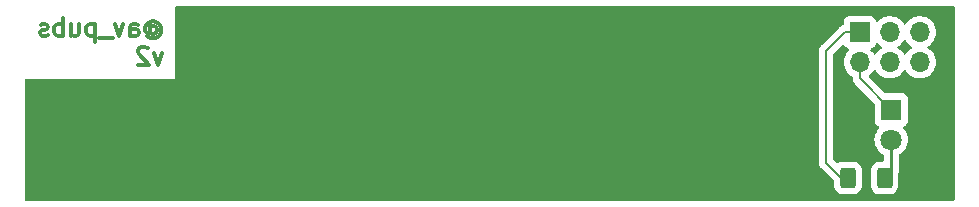
<source format=gbr>
G04 #@! TF.GenerationSoftware,KiCad,Pcbnew,(6.99.0-2452-gdb4f2d9dd8)*
G04 #@! TF.CreationDate,2022-07-21T16:30:43-08:00*
G04 #@! TF.ProjectId,speaker-SAO,73706561-6b65-4722-9d53-414f2e6b6963,rev?*
G04 #@! TF.SameCoordinates,Original*
G04 #@! TF.FileFunction,Copper,L2,Bot*
G04 #@! TF.FilePolarity,Positive*
%FSLAX46Y46*%
G04 Gerber Fmt 4.6, Leading zero omitted, Abs format (unit mm)*
G04 Created by KiCad (PCBNEW (6.99.0-2452-gdb4f2d9dd8)) date 2022-07-21 16:30:43*
%MOMM*%
%LPD*%
G01*
G04 APERTURE LIST*
G04 Aperture macros list*
%AMRoundRect*
0 Rectangle with rounded corners*
0 $1 Rounding radius*
0 $2 $3 $4 $5 $6 $7 $8 $9 X,Y pos of 4 corners*
0 Add a 4 corners polygon primitive as box body*
4,1,4,$2,$3,$4,$5,$6,$7,$8,$9,$2,$3,0*
0 Add four circle primitives for the rounded corners*
1,1,$1+$1,$2,$3*
1,1,$1+$1,$4,$5*
1,1,$1+$1,$6,$7*
1,1,$1+$1,$8,$9*
0 Add four rect primitives between the rounded corners*
20,1,$1+$1,$2,$3,$4,$5,0*
20,1,$1+$1,$4,$5,$6,$7,0*
20,1,$1+$1,$6,$7,$8,$9,0*
20,1,$1+$1,$8,$9,$2,$3,0*%
G04 Aperture macros list end*
%ADD10C,0.300000*%
G04 #@! TA.AperFunction,NonConductor*
%ADD11C,0.300000*%
G04 #@! TD*
G04 #@! TA.AperFunction,ComponentPad*
%ADD12R,1.800000X1.800000*%
G04 #@! TD*
G04 #@! TA.AperFunction,ComponentPad*
%ADD13C,1.800000*%
G04 #@! TD*
G04 #@! TA.AperFunction,SMDPad,CuDef*
%ADD14RoundRect,0.250000X0.400000X0.625000X-0.400000X0.625000X-0.400000X-0.625000X0.400000X-0.625000X0*%
G04 #@! TD*
G04 #@! TA.AperFunction,ComponentPad*
%ADD15R,1.700000X1.700000*%
G04 #@! TD*
G04 #@! TA.AperFunction,ComponentPad*
%ADD16O,1.700000X1.700000*%
G04 #@! TD*
G04 #@! TA.AperFunction,Conductor*
%ADD17C,0.250000*%
G04 #@! TD*
G04 #@! TA.AperFunction,Conductor*
%ADD18C,0.200000*%
G04 #@! TD*
G04 APERTURE END LIST*
D10*
D11*
X94714285Y-124529285D02*
X94785714Y-124457857D01*
X94785714Y-124457857D02*
X94928571Y-124386428D01*
X94928571Y-124386428D02*
X95071428Y-124386428D01*
X95071428Y-124386428D02*
X95214285Y-124457857D01*
X95214285Y-124457857D02*
X95285714Y-124529285D01*
X95285714Y-124529285D02*
X95357142Y-124672142D01*
X95357142Y-124672142D02*
X95357142Y-124815000D01*
X95357142Y-124815000D02*
X95285714Y-124957857D01*
X95285714Y-124957857D02*
X95214285Y-125029285D01*
X95214285Y-125029285D02*
X95071428Y-125100714D01*
X95071428Y-125100714D02*
X94928571Y-125100714D01*
X94928571Y-125100714D02*
X94785714Y-125029285D01*
X94785714Y-125029285D02*
X94714285Y-124957857D01*
X94714285Y-124386428D02*
X94714285Y-124957857D01*
X94714285Y-124957857D02*
X94642857Y-125029285D01*
X94642857Y-125029285D02*
X94571428Y-125029285D01*
X94571428Y-125029285D02*
X94428571Y-124957857D01*
X94428571Y-124957857D02*
X94357142Y-124815000D01*
X94357142Y-124815000D02*
X94357142Y-124457857D01*
X94357142Y-124457857D02*
X94500000Y-124243571D01*
X94500000Y-124243571D02*
X94714285Y-124100714D01*
X94714285Y-124100714D02*
X95000000Y-124029285D01*
X95000000Y-124029285D02*
X95285714Y-124100714D01*
X95285714Y-124100714D02*
X95500000Y-124243571D01*
X95500000Y-124243571D02*
X95642857Y-124457857D01*
X95642857Y-124457857D02*
X95714285Y-124743571D01*
X95714285Y-124743571D02*
X95642857Y-125029285D01*
X95642857Y-125029285D02*
X95500000Y-125243571D01*
X95500000Y-125243571D02*
X95285714Y-125386428D01*
X95285714Y-125386428D02*
X95000000Y-125457857D01*
X95000000Y-125457857D02*
X94714285Y-125386428D01*
X94714285Y-125386428D02*
X94500000Y-125243571D01*
X93071429Y-125243571D02*
X93071429Y-124457857D01*
X93071429Y-124457857D02*
X93142857Y-124315000D01*
X93142857Y-124315000D02*
X93285714Y-124243571D01*
X93285714Y-124243571D02*
X93571429Y-124243571D01*
X93571429Y-124243571D02*
X93714286Y-124315000D01*
X93071429Y-125172142D02*
X93214286Y-125243571D01*
X93214286Y-125243571D02*
X93571429Y-125243571D01*
X93571429Y-125243571D02*
X93714286Y-125172142D01*
X93714286Y-125172142D02*
X93785714Y-125029285D01*
X93785714Y-125029285D02*
X93785714Y-124886428D01*
X93785714Y-124886428D02*
X93714286Y-124743571D01*
X93714286Y-124743571D02*
X93571429Y-124672142D01*
X93571429Y-124672142D02*
X93214286Y-124672142D01*
X93214286Y-124672142D02*
X93071429Y-124600714D01*
X92500000Y-124243571D02*
X92142857Y-125243571D01*
X92142857Y-125243571D02*
X91785714Y-124243571D01*
X91571429Y-125386428D02*
X90428571Y-125386428D01*
X90071429Y-124243571D02*
X90071429Y-125743571D01*
X90071429Y-124315000D02*
X89928572Y-124243571D01*
X89928572Y-124243571D02*
X89642857Y-124243571D01*
X89642857Y-124243571D02*
X89500000Y-124315000D01*
X89500000Y-124315000D02*
X89428572Y-124386428D01*
X89428572Y-124386428D02*
X89357143Y-124529285D01*
X89357143Y-124529285D02*
X89357143Y-124957857D01*
X89357143Y-124957857D02*
X89428572Y-125100714D01*
X89428572Y-125100714D02*
X89500000Y-125172142D01*
X89500000Y-125172142D02*
X89642857Y-125243571D01*
X89642857Y-125243571D02*
X89928572Y-125243571D01*
X89928572Y-125243571D02*
X90071429Y-125172142D01*
X88071429Y-124243571D02*
X88071429Y-125243571D01*
X88714286Y-124243571D02*
X88714286Y-125029285D01*
X88714286Y-125029285D02*
X88642857Y-125172142D01*
X88642857Y-125172142D02*
X88500000Y-125243571D01*
X88500000Y-125243571D02*
X88285714Y-125243571D01*
X88285714Y-125243571D02*
X88142857Y-125172142D01*
X88142857Y-125172142D02*
X88071429Y-125100714D01*
X87357143Y-125243571D02*
X87357143Y-123743571D01*
X87357143Y-124315000D02*
X87214286Y-124243571D01*
X87214286Y-124243571D02*
X86928571Y-124243571D01*
X86928571Y-124243571D02*
X86785714Y-124315000D01*
X86785714Y-124315000D02*
X86714286Y-124386428D01*
X86714286Y-124386428D02*
X86642857Y-124529285D01*
X86642857Y-124529285D02*
X86642857Y-124957857D01*
X86642857Y-124957857D02*
X86714286Y-125100714D01*
X86714286Y-125100714D02*
X86785714Y-125172142D01*
X86785714Y-125172142D02*
X86928571Y-125243571D01*
X86928571Y-125243571D02*
X87214286Y-125243571D01*
X87214286Y-125243571D02*
X87357143Y-125172142D01*
X86071428Y-125172142D02*
X85928571Y-125243571D01*
X85928571Y-125243571D02*
X85642857Y-125243571D01*
X85642857Y-125243571D02*
X85500000Y-125172142D01*
X85500000Y-125172142D02*
X85428571Y-125029285D01*
X85428571Y-125029285D02*
X85428571Y-124957857D01*
X85428571Y-124957857D02*
X85500000Y-124815000D01*
X85500000Y-124815000D02*
X85642857Y-124743571D01*
X85642857Y-124743571D02*
X85857143Y-124743571D01*
X85857143Y-124743571D02*
X86000000Y-124672142D01*
X86000000Y-124672142D02*
X86071428Y-124529285D01*
X86071428Y-124529285D02*
X86071428Y-124457857D01*
X86071428Y-124457857D02*
X86000000Y-124315000D01*
X86000000Y-124315000D02*
X85857143Y-124243571D01*
X85857143Y-124243571D02*
X85642857Y-124243571D01*
X85642857Y-124243571D02*
X85500000Y-124315000D01*
X95785714Y-126673571D02*
X95428571Y-127673571D01*
X95428571Y-127673571D02*
X95071428Y-126673571D01*
X94571428Y-126316428D02*
X94500000Y-126245000D01*
X94500000Y-126245000D02*
X94357143Y-126173571D01*
X94357143Y-126173571D02*
X94000000Y-126173571D01*
X94000000Y-126173571D02*
X93857143Y-126245000D01*
X93857143Y-126245000D02*
X93785714Y-126316428D01*
X93785714Y-126316428D02*
X93714285Y-126459285D01*
X93714285Y-126459285D02*
X93714285Y-126602142D01*
X93714285Y-126602142D02*
X93785714Y-126816428D01*
X93785714Y-126816428D02*
X94642857Y-127673571D01*
X94642857Y-127673571D02*
X93714285Y-127673571D01*
D12*
X157499999Y-131499999D03*
D13*
X157500000Y-134040000D03*
D14*
X156940000Y-137280000D03*
X153840000Y-137280000D03*
D15*
X154839999Y-124939999D03*
D16*
X154839999Y-127479999D03*
X157379999Y-124939999D03*
X157379999Y-127479999D03*
X159919999Y-124939999D03*
X159919999Y-127479999D03*
D17*
X157500000Y-134040000D02*
X157500000Y-136720000D01*
X157500000Y-136720000D02*
X156940000Y-137280000D01*
D18*
X154840000Y-127480000D02*
X154840000Y-128840000D01*
X154840000Y-128840000D02*
X157500000Y-131500000D01*
X152000000Y-126500000D02*
X152000000Y-136000000D01*
X154840000Y-124940000D02*
X153560000Y-124940000D01*
X153560000Y-124940000D02*
X152000000Y-126500000D01*
X152000000Y-136000000D02*
X153280000Y-137280000D01*
X153280000Y-137280000D02*
X153840000Y-137280000D01*
G04 #@! TA.AperFunction,NonConductor*
G36*
X158733226Y-125615670D02*
G01*
X158755483Y-125641357D01*
X158844278Y-125777268D01*
X158847803Y-125781097D01*
X158847806Y-125781101D01*
X158935755Y-125876638D01*
X158996760Y-125942906D01*
X159000879Y-125946112D01*
X159163339Y-126072561D01*
X159174424Y-126081189D01*
X159179005Y-126083668D01*
X159207680Y-126099186D01*
X159258071Y-126149199D01*
X159273423Y-126218516D01*
X159248863Y-126285129D01*
X159207681Y-126320813D01*
X159174424Y-126338811D01*
X159170313Y-126342010D01*
X159170311Y-126342012D01*
X159018574Y-126460115D01*
X158996760Y-126477094D01*
X158993228Y-126480931D01*
X158847806Y-126638899D01*
X158847803Y-126638903D01*
X158844278Y-126642732D01*
X158841427Y-126647096D01*
X158755483Y-126778643D01*
X158701479Y-126824732D01*
X158631132Y-126834307D01*
X158566774Y-126804330D01*
X158544517Y-126778643D01*
X158458573Y-126647096D01*
X158455722Y-126642732D01*
X158452197Y-126638903D01*
X158452194Y-126638899D01*
X158306772Y-126480931D01*
X158303240Y-126477094D01*
X158281426Y-126460115D01*
X158129689Y-126342012D01*
X158129687Y-126342010D01*
X158125576Y-126338811D01*
X158092320Y-126320814D01*
X158041929Y-126270801D01*
X158026577Y-126201484D01*
X158051137Y-126134871D01*
X158092320Y-126099186D01*
X158120995Y-126083668D01*
X158125576Y-126081189D01*
X158136662Y-126072561D01*
X158299121Y-125946112D01*
X158303240Y-125942906D01*
X158364245Y-125876638D01*
X158452194Y-125781101D01*
X158452197Y-125781097D01*
X158455722Y-125777268D01*
X158544517Y-125641357D01*
X158598521Y-125595268D01*
X158668868Y-125585693D01*
X158733226Y-125615670D01*
G37*
G04 #@! TD.AperFunction*
G04 #@! TA.AperFunction,NonConductor*
G36*
X156363439Y-125851388D02*
G01*
X156395755Y-125876638D01*
X156456760Y-125942906D01*
X156460879Y-125946112D01*
X156623339Y-126072561D01*
X156634424Y-126081189D01*
X156639005Y-126083668D01*
X156667680Y-126099186D01*
X156718071Y-126149199D01*
X156733423Y-126218516D01*
X156708863Y-126285129D01*
X156667681Y-126320813D01*
X156634424Y-126338811D01*
X156630313Y-126342010D01*
X156630311Y-126342012D01*
X156478574Y-126460115D01*
X156456760Y-126477094D01*
X156453228Y-126480931D01*
X156307806Y-126638899D01*
X156307803Y-126638903D01*
X156304278Y-126642732D01*
X156301427Y-126647096D01*
X156215483Y-126778643D01*
X156161479Y-126824732D01*
X156091132Y-126834307D01*
X156026774Y-126804330D01*
X156004517Y-126778643D01*
X155918573Y-126647096D01*
X155915722Y-126642732D01*
X155912197Y-126638903D01*
X155912194Y-126638899D01*
X155772525Y-126487180D01*
X155741104Y-126423515D01*
X155749091Y-126352969D01*
X155793949Y-126297940D01*
X155821191Y-126283787D01*
X155936204Y-126240889D01*
X155948536Y-126231658D01*
X156046050Y-126158659D01*
X156053261Y-126153261D01*
X156109610Y-126077988D01*
X156135489Y-126043418D01*
X156135490Y-126043416D01*
X156140889Y-126036204D01*
X156184998Y-125917944D01*
X156227545Y-125861108D01*
X156294065Y-125836297D01*
X156363439Y-125851388D01*
G37*
G04 #@! TD.AperFunction*
G04 #@! TA.AperFunction,NonConductor*
G36*
X162821621Y-122750502D02*
G01*
X162868114Y-122804158D01*
X162879500Y-122856500D01*
X162879500Y-139093500D01*
X162859498Y-139161621D01*
X162805842Y-139208114D01*
X162753500Y-139219500D01*
X84246500Y-139219500D01*
X84178379Y-139199498D01*
X84131886Y-139145842D01*
X84120500Y-139093500D01*
X84120500Y-136000000D01*
X151386250Y-136000000D01*
X151389236Y-136022678D01*
X151391499Y-136039870D01*
X151391503Y-136039911D01*
X151393617Y-136055964D01*
X151393618Y-136055970D01*
X151407162Y-136158851D01*
X151468476Y-136306876D01*
X151473503Y-136313427D01*
X151473504Y-136313429D01*
X151541520Y-136402069D01*
X151541526Y-136402075D01*
X151566013Y-136433987D01*
X151572568Y-136439017D01*
X151591379Y-136453452D01*
X151603770Y-136464319D01*
X152644596Y-137505145D01*
X152678622Y-137567457D01*
X152681501Y-137594240D01*
X152681501Y-137955544D01*
X152692113Y-138059426D01*
X152747885Y-138227738D01*
X152840970Y-138378652D01*
X152966348Y-138504030D01*
X153117262Y-138597115D01*
X153180807Y-138618171D01*
X153279048Y-138650725D01*
X153279052Y-138650726D01*
X153285574Y-138652887D01*
X153292408Y-138653585D01*
X153292412Y-138653586D01*
X153386271Y-138663175D01*
X153386277Y-138663175D01*
X153389455Y-138663500D01*
X153839929Y-138663500D01*
X154290544Y-138663499D01*
X154293721Y-138663174D01*
X154293730Y-138663174D01*
X154342467Y-138658195D01*
X154394426Y-138652887D01*
X154562738Y-138597115D01*
X154713652Y-138504030D01*
X154839030Y-138378652D01*
X154932115Y-138227738D01*
X154987887Y-138059426D01*
X154998500Y-137955545D01*
X154998499Y-136604456D01*
X154987887Y-136500574D01*
X154932115Y-136332262D01*
X154839030Y-136181348D01*
X154713652Y-136055970D01*
X154687617Y-136039911D01*
X154568981Y-135966736D01*
X154562738Y-135962885D01*
X154499193Y-135941829D01*
X154400952Y-135909275D01*
X154400948Y-135909274D01*
X154394426Y-135907113D01*
X154387592Y-135906415D01*
X154387588Y-135906414D01*
X154293729Y-135896825D01*
X154293723Y-135896825D01*
X154290545Y-135896500D01*
X153840071Y-135896500D01*
X153389456Y-135896501D01*
X153386279Y-135896826D01*
X153386270Y-135896826D01*
X153337533Y-135901805D01*
X153285574Y-135907113D01*
X153117262Y-135962885D01*
X153020323Y-136022678D01*
X152951844Y-136041415D01*
X152884105Y-136020156D01*
X152865081Y-136004532D01*
X152645405Y-135784856D01*
X152611379Y-135722544D01*
X152608500Y-135695761D01*
X152608500Y-126804239D01*
X152628502Y-126736118D01*
X152645405Y-126715144D01*
X153345186Y-126015363D01*
X153407498Y-125981337D01*
X153478313Y-125986402D01*
X153535149Y-126028949D01*
X153538142Y-126033606D01*
X153539111Y-126036204D01*
X153544065Y-126042822D01*
X153544069Y-126042828D01*
X153570390Y-126077988D01*
X153626739Y-126153261D01*
X153633950Y-126158659D01*
X153731465Y-126231658D01*
X153743796Y-126240889D01*
X153858808Y-126283787D01*
X153915642Y-126326333D01*
X153940453Y-126392853D01*
X153925361Y-126462227D01*
X153907475Y-126487180D01*
X153767806Y-126638899D01*
X153767803Y-126638903D01*
X153764278Y-126642732D01*
X153761427Y-126647096D01*
X153645372Y-126824732D01*
X153641140Y-126831209D01*
X153550704Y-127037384D01*
X153495436Y-127255632D01*
X153476844Y-127480000D01*
X153495436Y-127704368D01*
X153550704Y-127922616D01*
X153641140Y-128128791D01*
X153643990Y-128133153D01*
X153643992Y-128133157D01*
X153658701Y-128155670D01*
X153764278Y-128317268D01*
X153767803Y-128321097D01*
X153767806Y-128321101D01*
X153869360Y-128431417D01*
X153916760Y-128482906D01*
X154094424Y-128621189D01*
X154099005Y-128623668D01*
X154099010Y-128623671D01*
X154165470Y-128659638D01*
X154215860Y-128709651D01*
X154231500Y-128770451D01*
X154231500Y-128791864D01*
X154230422Y-128808307D01*
X154226250Y-128840000D01*
X154231500Y-128879880D01*
X154231500Y-128879885D01*
X154244609Y-128979457D01*
X154247162Y-128998851D01*
X154308476Y-129146876D01*
X154313503Y-129153427D01*
X154313504Y-129153429D01*
X154381520Y-129242069D01*
X154381526Y-129242075D01*
X154406013Y-129273987D01*
X154412568Y-129279017D01*
X154431379Y-129293452D01*
X154443770Y-129304319D01*
X156054595Y-130915144D01*
X156088621Y-130977456D01*
X156091500Y-131004239D01*
X156091500Y-132448638D01*
X156098011Y-132509201D01*
X156149111Y-132646204D01*
X156236739Y-132763261D01*
X156353796Y-132850889D01*
X156362238Y-132854038D01*
X156362242Y-132854040D01*
X156421174Y-132876021D01*
X156478009Y-132918567D01*
X156502820Y-132985088D01*
X156487728Y-133054462D01*
X156469844Y-133079411D01*
X156428349Y-133124487D01*
X156388214Y-133168084D01*
X156388211Y-133168088D01*
X156384686Y-133171917D01*
X156257016Y-133367331D01*
X156163251Y-133581093D01*
X156105949Y-133807374D01*
X156086673Y-134040000D01*
X156105949Y-134272626D01*
X156163251Y-134498907D01*
X156257016Y-134712669D01*
X156384686Y-134908083D01*
X156388211Y-134911912D01*
X156388214Y-134911916D01*
X156494975Y-135027889D01*
X156542780Y-135079818D01*
X156546892Y-135083019D01*
X156546898Y-135083024D01*
X156722870Y-135219989D01*
X156726983Y-135223190D01*
X156731567Y-135225671D01*
X156731569Y-135225672D01*
X156800470Y-135262960D01*
X156850860Y-135312973D01*
X156866500Y-135373773D01*
X156866500Y-135770501D01*
X156846498Y-135838622D01*
X156792842Y-135885115D01*
X156740500Y-135896501D01*
X156489456Y-135896501D01*
X156486279Y-135896826D01*
X156486270Y-135896826D01*
X156437533Y-135901805D01*
X156385574Y-135907113D01*
X156217262Y-135962885D01*
X156211019Y-135966736D01*
X156092384Y-136039911D01*
X156066348Y-136055970D01*
X155940970Y-136181348D01*
X155847885Y-136332262D01*
X155845578Y-136339225D01*
X155812511Y-136439017D01*
X155792113Y-136500574D01*
X155781500Y-136604455D01*
X155781501Y-137955544D01*
X155792113Y-138059426D01*
X155847885Y-138227738D01*
X155940970Y-138378652D01*
X156066348Y-138504030D01*
X156217262Y-138597115D01*
X156280807Y-138618171D01*
X156379048Y-138650725D01*
X156379052Y-138650726D01*
X156385574Y-138652887D01*
X156392408Y-138653585D01*
X156392412Y-138653586D01*
X156486271Y-138663175D01*
X156486277Y-138663175D01*
X156489455Y-138663500D01*
X156939929Y-138663500D01*
X157390544Y-138663499D01*
X157393721Y-138663174D01*
X157393730Y-138663174D01*
X157442467Y-138658195D01*
X157494426Y-138652887D01*
X157662738Y-138597115D01*
X157813652Y-138504030D01*
X157939030Y-138378652D01*
X158032115Y-138227738D01*
X158087887Y-138059426D01*
X158098500Y-137955545D01*
X158098499Y-136958166D01*
X158107845Y-136913036D01*
X158107822Y-136913029D01*
X158107905Y-136912743D01*
X158108861Y-136908127D01*
X158110034Y-136905417D01*
X158113181Y-136898145D01*
X158114420Y-136890322D01*
X158114423Y-136890312D01*
X158120099Y-136854476D01*
X158122505Y-136842856D01*
X158131528Y-136807711D01*
X158131528Y-136807710D01*
X158133500Y-136800030D01*
X158133500Y-136779776D01*
X158135051Y-136760065D01*
X158136980Y-136747886D01*
X158138220Y-136740057D01*
X158134059Y-136696038D01*
X158133500Y-136684181D01*
X158133500Y-135373773D01*
X158153502Y-135305652D01*
X158199530Y-135262960D01*
X158268431Y-135225672D01*
X158268433Y-135225671D01*
X158273017Y-135223190D01*
X158277130Y-135219989D01*
X158453102Y-135083024D01*
X158453108Y-135083019D01*
X158457220Y-135079818D01*
X158505025Y-135027889D01*
X158611786Y-134911916D01*
X158611789Y-134911912D01*
X158615314Y-134908083D01*
X158742984Y-134712669D01*
X158836749Y-134498907D01*
X158894051Y-134272626D01*
X158913327Y-134040000D01*
X158894051Y-133807374D01*
X158836749Y-133581093D01*
X158742984Y-133367331D01*
X158615314Y-133171917D01*
X158611789Y-133168088D01*
X158611786Y-133168084D01*
X158571651Y-133124487D01*
X158530157Y-133079413D01*
X158498737Y-133015749D01*
X158506724Y-132945203D01*
X158551582Y-132890174D01*
X158578826Y-132876021D01*
X158637758Y-132854040D01*
X158637762Y-132854038D01*
X158646204Y-132850889D01*
X158763261Y-132763261D01*
X158850889Y-132646204D01*
X158901989Y-132509201D01*
X158908500Y-132448638D01*
X158908500Y-130551362D01*
X158901989Y-130490799D01*
X158850889Y-130353796D01*
X158763261Y-130236739D01*
X158646204Y-130149111D01*
X158509201Y-130098011D01*
X158472295Y-130094043D01*
X158451988Y-130091860D01*
X158451985Y-130091860D01*
X158448638Y-130091500D01*
X157004239Y-130091500D01*
X156936118Y-130071498D01*
X156915144Y-130054595D01*
X155628075Y-128767526D01*
X155594049Y-128705214D01*
X155599114Y-128634399D01*
X155639776Y-128579003D01*
X155763240Y-128482906D01*
X155810640Y-128431417D01*
X155912194Y-128321101D01*
X155912197Y-128321097D01*
X155915722Y-128317268D01*
X156004517Y-128181357D01*
X156058521Y-128135268D01*
X156128868Y-128125693D01*
X156193226Y-128155670D01*
X156215483Y-128181357D01*
X156304278Y-128317268D01*
X156307803Y-128321097D01*
X156307806Y-128321101D01*
X156409360Y-128431417D01*
X156456760Y-128482906D01*
X156634424Y-128621189D01*
X156658834Y-128634399D01*
X156771501Y-128695371D01*
X156832426Y-128728342D01*
X157045365Y-128801444D01*
X157050499Y-128802301D01*
X157050504Y-128802302D01*
X157262294Y-128837643D01*
X157262296Y-128837643D01*
X157267431Y-128838500D01*
X157492569Y-128838500D01*
X157497704Y-128837643D01*
X157497706Y-128837643D01*
X157709496Y-128802302D01*
X157709501Y-128802301D01*
X157714635Y-128801444D01*
X157927574Y-128728342D01*
X157988500Y-128695371D01*
X158101166Y-128634399D01*
X158125576Y-128621189D01*
X158303240Y-128482906D01*
X158350640Y-128431417D01*
X158452194Y-128321101D01*
X158452197Y-128321097D01*
X158455722Y-128317268D01*
X158544517Y-128181357D01*
X158598521Y-128135268D01*
X158668868Y-128125693D01*
X158733226Y-128155670D01*
X158755483Y-128181357D01*
X158844278Y-128317268D01*
X158847803Y-128321097D01*
X158847806Y-128321101D01*
X158949360Y-128431417D01*
X158996760Y-128482906D01*
X159174424Y-128621189D01*
X159198834Y-128634399D01*
X159311501Y-128695371D01*
X159372426Y-128728342D01*
X159585365Y-128801444D01*
X159590499Y-128802301D01*
X159590504Y-128802302D01*
X159802294Y-128837643D01*
X159802296Y-128837643D01*
X159807431Y-128838500D01*
X160032569Y-128838500D01*
X160037704Y-128837643D01*
X160037706Y-128837643D01*
X160249496Y-128802302D01*
X160249501Y-128802301D01*
X160254635Y-128801444D01*
X160467574Y-128728342D01*
X160528500Y-128695371D01*
X160641166Y-128634399D01*
X160665576Y-128621189D01*
X160843240Y-128482906D01*
X160890640Y-128431417D01*
X160992194Y-128321101D01*
X160992197Y-128321097D01*
X160995722Y-128317268D01*
X161101299Y-128155670D01*
X161116008Y-128133157D01*
X161116010Y-128133153D01*
X161118860Y-128128791D01*
X161209296Y-127922616D01*
X161264564Y-127704368D01*
X161283156Y-127480000D01*
X161264564Y-127255632D01*
X161209296Y-127037384D01*
X161118860Y-126831209D01*
X161114629Y-126824732D01*
X160998573Y-126647096D01*
X160995722Y-126642732D01*
X160992197Y-126638903D01*
X160992194Y-126638899D01*
X160846772Y-126480931D01*
X160843240Y-126477094D01*
X160821426Y-126460115D01*
X160669689Y-126342012D01*
X160669687Y-126342010D01*
X160665576Y-126338811D01*
X160632320Y-126320814D01*
X160581929Y-126270801D01*
X160566577Y-126201484D01*
X160591137Y-126134871D01*
X160632320Y-126099186D01*
X160660995Y-126083668D01*
X160665576Y-126081189D01*
X160676662Y-126072561D01*
X160839121Y-125946112D01*
X160843240Y-125942906D01*
X160904245Y-125876638D01*
X160992194Y-125781101D01*
X160992197Y-125781097D01*
X160995722Y-125777268D01*
X161101299Y-125615670D01*
X161116008Y-125593157D01*
X161116010Y-125593153D01*
X161118860Y-125588791D01*
X161209296Y-125382616D01*
X161264564Y-125164368D01*
X161283156Y-124940000D01*
X161264564Y-124715632D01*
X161209296Y-124497384D01*
X161138763Y-124336584D01*
X161120954Y-124295982D01*
X161120952Y-124295978D01*
X161118860Y-124291209D01*
X161114629Y-124284732D01*
X160998573Y-124107096D01*
X160995722Y-124102732D01*
X160992197Y-124098903D01*
X160992194Y-124098899D01*
X160846772Y-123940931D01*
X160843240Y-123937094D01*
X160665576Y-123798811D01*
X160467574Y-123691658D01*
X160254635Y-123618556D01*
X160249501Y-123617699D01*
X160249496Y-123617698D01*
X160037706Y-123582357D01*
X160037704Y-123582357D01*
X160032569Y-123581500D01*
X159807431Y-123581500D01*
X159802296Y-123582357D01*
X159802294Y-123582357D01*
X159590504Y-123617698D01*
X159590499Y-123617699D01*
X159585365Y-123618556D01*
X159372426Y-123691658D01*
X159174424Y-123798811D01*
X158996760Y-123937094D01*
X158993228Y-123940931D01*
X158847806Y-124098899D01*
X158847803Y-124098903D01*
X158844278Y-124102732D01*
X158841427Y-124107096D01*
X158755483Y-124238643D01*
X158701479Y-124284732D01*
X158631132Y-124294307D01*
X158566774Y-124264330D01*
X158544517Y-124238643D01*
X158458573Y-124107096D01*
X158455722Y-124102732D01*
X158452197Y-124098903D01*
X158452194Y-124098899D01*
X158306772Y-123940931D01*
X158303240Y-123937094D01*
X158125576Y-123798811D01*
X157927574Y-123691658D01*
X157714635Y-123618556D01*
X157709501Y-123617699D01*
X157709496Y-123617698D01*
X157497706Y-123582357D01*
X157497704Y-123582357D01*
X157492569Y-123581500D01*
X157267431Y-123581500D01*
X157262296Y-123582357D01*
X157262294Y-123582357D01*
X157050504Y-123617698D01*
X157050499Y-123617699D01*
X157045365Y-123618556D01*
X156832426Y-123691658D01*
X156634424Y-123798811D01*
X156456760Y-123937094D01*
X156453228Y-123940931D01*
X156395755Y-124003362D01*
X156334901Y-124039933D01*
X156263937Y-124037798D01*
X156205392Y-123997636D01*
X156184998Y-123962056D01*
X156144038Y-123852239D01*
X156144037Y-123852237D01*
X156140889Y-123843796D01*
X156053261Y-123726739D01*
X155936204Y-123639111D01*
X155799201Y-123588011D01*
X155762295Y-123584043D01*
X155741988Y-123581860D01*
X155741985Y-123581860D01*
X155738638Y-123581500D01*
X153941362Y-123581500D01*
X153938015Y-123581860D01*
X153938012Y-123581860D01*
X153917705Y-123584043D01*
X153880799Y-123588011D01*
X153743796Y-123639111D01*
X153626739Y-123726739D01*
X153539111Y-123843796D01*
X153488011Y-123980799D01*
X153481500Y-124041362D01*
X153481500Y-124230065D01*
X153461498Y-124298186D01*
X153407842Y-124344679D01*
X153401121Y-124347094D01*
X153401149Y-124347162D01*
X153253124Y-124408476D01*
X153157928Y-124481523D01*
X153157925Y-124481526D01*
X153126013Y-124506013D01*
X153120983Y-124512568D01*
X153106548Y-124531379D01*
X153095681Y-124543770D01*
X151603766Y-126035685D01*
X151591375Y-126046552D01*
X151566013Y-126066013D01*
X151541526Y-126097925D01*
X151541523Y-126097928D01*
X151468476Y-126193124D01*
X151407162Y-126341149D01*
X151407162Y-126341150D01*
X151405414Y-126354426D01*
X151391500Y-126460115D01*
X151391500Y-126460120D01*
X151389688Y-126473888D01*
X151386250Y-126500000D01*
X151387328Y-126508188D01*
X151390422Y-126531690D01*
X151391500Y-126548136D01*
X151391500Y-135951864D01*
X151390422Y-135968307D01*
X151386250Y-136000000D01*
X84120500Y-136000000D01*
X84120500Y-129009500D01*
X84140502Y-128941379D01*
X84194158Y-128894886D01*
X84246500Y-128883500D01*
X96883500Y-128883500D01*
X96883500Y-122856500D01*
X96903502Y-122788379D01*
X96957158Y-122741886D01*
X97009500Y-122730500D01*
X162753500Y-122730500D01*
X162821621Y-122750502D01*
G37*
G04 #@! TD.AperFunction*
M02*

</source>
